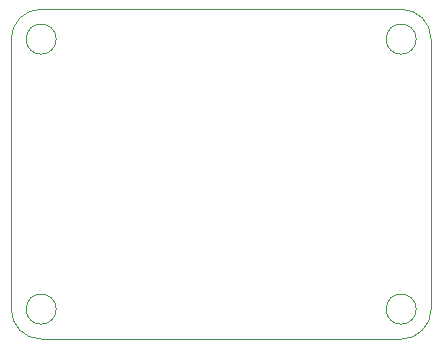
<source format=gm1>
%TF.GenerationSoftware,KiCad,Pcbnew,(5.99.0-8018-g9a0f685a75)*%
%TF.CreationDate,2021-08-15T15:04:04+09:30*%
%TF.ProjectId,MCP39F521_Breakout,4d435033-3946-4353-9231-5f427265616b,rev?*%
%TF.SameCoordinates,Original*%
%TF.FileFunction,Profile,NP*%
%FSLAX46Y46*%
G04 Gerber Fmt 4.6, Leading zero omitted, Abs format (unit mm)*
G04 Created by KiCad (PCBNEW (5.99.0-8018-g9a0f685a75)) date 2021-08-15 15:04:04*
%MOMM*%
%LPD*%
G01*
G04 APERTURE LIST*
%TA.AperFunction,Profile*%
%ADD10C,0.100000*%
%TD*%
G04 APERTURE END LIST*
D10*
X114300000Y-99060000D02*
G75*
G02*
X116840000Y-96520000I2540000J0D01*
G01*
X116840000Y-124460000D02*
X147320000Y-124460000D01*
X116840000Y-124460000D02*
G75*
G02*
X114300000Y-121920000I0J2540000D01*
G01*
X118110000Y-121920000D02*
G75*
G03*
X118110000Y-121920000I-1270000J0D01*
G01*
X147320000Y-96520000D02*
G75*
G02*
X149860000Y-99060000I0J-2540000D01*
G01*
X118110000Y-99060000D02*
G75*
G03*
X118110000Y-99060000I-1270000J0D01*
G01*
X149860000Y-99060000D02*
X149860000Y-121920000D01*
X147320000Y-124460000D02*
G75*
G03*
X149860000Y-121920000I0J2540000D01*
G01*
X148590000Y-121920000D02*
G75*
G03*
X148590000Y-121920000I-1270000J0D01*
G01*
X148590000Y-99060000D02*
G75*
G03*
X148590000Y-99060000I-1270000J0D01*
G01*
X114300000Y-99060000D02*
X114300000Y-121920000D01*
X116840000Y-96520000D02*
X147320000Y-96520000D01*
M02*

</source>
